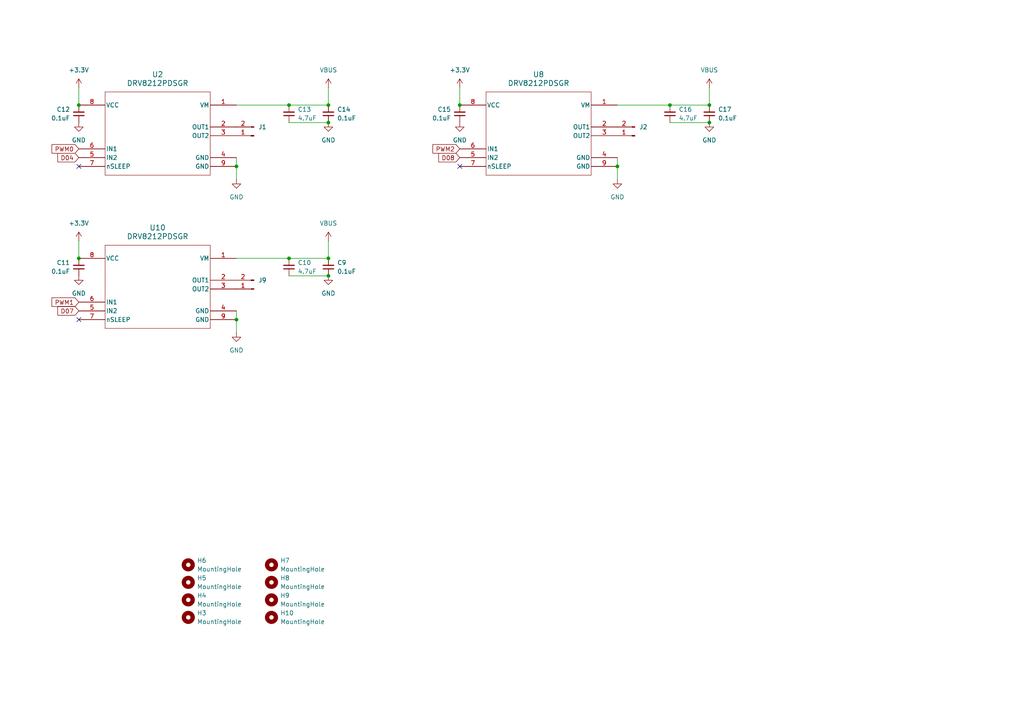
<source format=kicad_sch>
(kicad_sch (version 20250114) (generator "eeschema") (generator_version "9.0")
  (paper "A4")
  (lib_symbols
    (symbol "Connector:Conn_01x02_Pin" (pin_names (offset 1.016) (hide yes))
      (property "Reference" "J" (at 0 2.54 0))
      (property "Value" "Conn_01x02_Pin" (at 0 -5.08 0))
      (symbol "Conn_01x02_Pin_1_1"
        (rectangle (start 0.8636 0.127) (end 0 -0.127) (stroke (width 0.1524)) (fill (type outline)))
        (rectangle (start 0.8636 -2.413) (end 0 -2.667) (stroke (width 0.1524)) (fill (type outline)))
        (polyline (pts (xy 1.27 0) (xy 0.8636 0)) (stroke (width 0.1524)))
        (polyline (pts (xy 1.27 -2.54) (xy 0.8636 -2.54)) (stroke (width 0.1524)))
        (pin passive line (at 5.08 0 180) (length 3.81) (name "Pin_1") (number "1"))
        (pin passive line (at 5.08 -2.54 180) (length 3.81) (name "Pin_2") (number "2"))
      )
    )
    (symbol "DRV8212PDSGR:DRV8212PDSGR" (pin_names (offset 0.254))
      (property "Reference" "U" (at 22.86 10.16 0))
      (property "Value" "DRV8212PDSGR" (at 22.86 7.62 0))
      (symbol "DRV8212PDSGR_0_1"
        (polyline (pts (xy 7.62 5.08) (xy 7.62 -19.05)) (stroke (width 0.127)))
        (polyline (pts (xy 7.62 -19.05) (xy 38.1 -19.05)) (stroke (width 0.127)))
        (polyline (pts (xy 38.1 5.08) (xy 7.62 5.08)) (stroke (width 0.127)))
        (polyline (pts (xy 38.1 -19.05) (xy 38.1 5.08)) (stroke (width 0.127)))
        (pin power_in line (at 0 1.27 0) (length 7.62) (name "VCC") (number "8"))
        (pin input line (at 0 -11.43 0) (length 7.62) (name "IN1") (number "6"))
        (pin input line (at 0 -13.97 0) (length 7.62) (name "IN2") (number "5"))
        (pin input line (at 0 -16.51 0) (length 7.62) (name "nSLEEP") (number "7"))
        (pin power_in line (at 45.72 1.27 180) (length 7.62) (name "VM") (number "1"))
        (pin output line (at 45.72 -5.08 180) (length 7.62) (name "OUT1") (number "2"))
        (pin output line (at 45.72 -7.62 180) (length 7.62) (name "OUT2") (number "3"))
        (pin power_out line (at 45.72 -13.97 180) (length 7.62) (name "GND") (number "4"))
        (pin power_out line (at 45.72 -16.51 180) (length 7.62) (name "GND") (number "9"))
      )
    )
    (symbol "Device:C_Small" (pin_numbers (hide yes)) (pin_names (offset 0.254) (hide yes))
      (property "Reference" "C" (at 0.254 1.778 0))
      (property "Value" "C_Small" (at 0.254 -2.032 0))
      (symbol "C_Small_0_1"
        (polyline (pts (xy -1.524 0.508) (xy 1.524 0.508)) (stroke (width 0.3048)))
        (polyline (pts (xy -1.524 -0.508) (xy 1.524 -0.508)) (stroke (width 0.3302)))
      )
      (symbol "C_Small_1_1"
        (pin passive line (at 0 2.54 270) (length 2.032) (name "~") (number "1"))
        (pin passive line (at 0 -2.54 90) (length 2.032) (name "~") (number "2"))
      )
    )
    (symbol "Mechanical:MountingHole" (pin_names (offset 1.016)) (exclude_from_sim yes) (in_bom no)
      (property "Reference" "H" (at 0 5.08 0))
      (property "Value" "MountingHole" (at 0 3.175 0))
      (symbol "MountingHole_0_1"
        (circle (center 0 0) (radius 1.27) (stroke (width 1.27)))
      )
    )
    (symbol "power:+3.3V" (power) (pin_numbers (hide yes)) (pin_names (offset 0) (hide yes))
      (property "Value" "+3.3V" (at 0 3.556 0))
      (symbol "+3.3V_0_1"
        (polyline (pts (xy -0.762 1.27) (xy 0 2.54)))
        (polyline (pts (xy 0 2.54) (xy 0.762 1.27)))
        (polyline (pts (xy 0 0) (xy 0 2.54)))
      )
      (symbol "+3.3V_1_1"
        (pin power_in line (at 0 0 90) (length 0) (name "~") (number "1"))
      )
    )
    (symbol "power:GND" (power) (pin_numbers (hide yes)) (pin_names (offset 0) (hide yes))
      (property "Value" "GND" (at 0 -3.81 0))
      (symbol "GND_0_1"
        (polyline (pts (xy 0 0) (xy 0 -1.27) (xy 1.27 -1.27) (xy 0 -2.54) (xy -1.27 -1.27) (xy 0 -1.27)))
      )
      (symbol "GND_1_1"
        (pin power_in line (at 0 0 270) (length 0) (name "~") (number "1"))
      )
    )
    (symbol "power:VBUS" (power) (pin_numbers (hide yes)) (pin_names (offset 0) (hide yes))
      (property "Value" "VBUS" (at 0 3.556 0))
      (symbol "VBUS_0_1"
        (polyline (pts (xy -0.762 1.27) (xy 0 2.54)))
        (polyline (pts (xy 0 2.54) (xy 0.762 1.27)))
        (polyline (pts (xy 0 0) (xy 0 2.54)))
      )
      (symbol "VBUS_1_1"
        (pin power_in line (at 0 0 90) (length 0) (name "~") (number "1"))
      )
    )
  )
  (junction (at 133.35 30.48))
  (junction (at 68.58 48.26))
  (junction (at 83.82 30.48))
  (junction (at 179.07 48.26))
  (junction (at 22.86 30.48))
  (junction (at 205.74 30.48))
  (junction (at 68.58 92.71))
  (junction (at 95.25 35.56))
  (junction (at 83.82 74.93))
  (junction (at 194.31 30.48))
  (junction (at 95.25 30.48))
  (junction (at 95.25 80.01))
  (junction (at 205.74 35.56))
  (junction (at 95.25 74.93))
  (junction (at 22.86 74.93))
  (no_connect (at 133.35 48.26))
  (no_connect (at 22.86 48.26))
  (no_connect (at 22.86 92.71))
  (wire (pts (xy 205.74 25.4) (xy 205.74 30.48)))
  (wire (pts (xy 68.58 90.17) (xy 68.58 92.71)))
  (wire (pts (xy 205.74 30.48) (xy 194.31 30.48)))
  (wire (pts (xy 83.82 35.56) (xy 95.25 35.56)))
  (wire (pts (xy 179.07 48.26) (xy 179.07 52.07)))
  (wire (pts (xy 194.31 35.56) (xy 205.74 35.56)))
  (wire (pts (xy 68.58 45.72) (xy 68.58 48.26)))
  (wire (pts (xy 95.25 69.85) (xy 95.25 74.93)))
  (wire (pts (xy 22.86 25.4) (xy 22.86 30.48)))
  (wire (pts (xy 179.07 45.72) (xy 179.07 48.26)))
  (wire (pts (xy 95.25 25.4) (xy 95.25 30.48)))
  (wire (pts (xy 68.58 30.48) (xy 83.82 30.48)))
  (wire (pts (xy 68.58 48.26) (xy 68.58 52.07)))
  (wire (pts (xy 22.86 69.85) (xy 22.86 74.93)))
  (wire (pts (xy 68.58 92.71) (xy 68.58 96.52)))
  (wire (pts (xy 95.25 74.93) (xy 83.82 74.93)))
  (wire (pts (xy 133.35 25.4) (xy 133.35 30.48)))
  (wire (pts (xy 68.58 74.93) (xy 83.82 74.93)))
  (wire (pts (xy 95.25 30.48) (xy 83.82 30.48)))
  (wire (pts (xy 179.07 30.48) (xy 194.31 30.48)))
  (wire (pts (xy 83.82 80.01) (xy 95.25 80.01)))
  (global_label "D07" (shape input) (at 22.86 90.17 180) (property "Intersheetrefs" "${INTERSHEET_REFS}" (effects (hide yes))))
  (global_label "PWM0" (shape input) (at 22.86 43.18 180) (property "Intersheetrefs" "${INTERSHEET_REFS}" (effects (hide yes))))
  (global_label "PWM1" (shape input) (at 22.86 87.63 180) (property "Intersheetrefs" "${INTERSHEET_REFS}" (effects (hide yes))))
  (global_label "PWM2" (shape input) (at 133.35 43.18 180) (property "Intersheetrefs" "${INTERSHEET_REFS}" (effects (hide yes))))
  (global_label "D04" (shape input) (at 22.86 45.72 180) (property "Intersheetrefs" "${INTERSHEET_REFS}" (effects (hide yes))))
  (global_label "D08" (shape input) (at 133.35 45.72 180) (property "Intersheetrefs" "${INTERSHEET_REFS}" (effects (hide yes))))
  (symbol (lib_id "DRV8212PDSGR:DRV8212PDSGR") (at 133.35 31.75 0) (unit 1)
    (property "Reference" "U8" (at 156.21 21.59 0) (effects (font (size 1.524 1.524))))
    (property "Value" "DRV8212PDSGR" (at 156.21 24.13 0) (effects (font (size 1.524 1.524))))
    (property "Footprint" "WSON8_DSG_TEX" (effects (hide yes)))
    (property "Datasheet" "https://www.ti.com/lit/gpn/drv8212p" (effects (hide yes)))
  )
  (symbol (lib_id "power:GND") (at 205.74 35.56 0) (unit 1)
    (property "Reference" "#PWR048" (effects (hide yes)))
    (property "Value" "GND" (at 205.74 40.64 0))
    (property "Description" "Power symbol creates a global label with name \"GND\" , ground" (effects (hide yes)))
  )
  (symbol (lib_id "Mechanical:MountingHole") (at 78.74 173.99 0) (unit 1)
    (property "Reference" "H9" (at 81.28 172.7199 0) (effects (justify left)))
    (property "Value" "MountingHole" (at 81.28 175.2599 0) (effects (justify left)))
    (property "Footprint" "MountingHole:MountingHole_2.2mm_M2" (effects (hide yes)))
    (property "Description" "Mounting Hole without connection" (effects (hide yes)))
  )
  (symbol (lib_id "Device:C_Small") (at 194.31 33.02 180) (unit 1)
    (property "Reference" "C16" (at 196.85 31.7435 0) (effects (justify right)))
    (property "Value" "4.7uF" (at 196.85 34.2835 0) (effects (justify right)))
    (property "Footprint" "Capacitor_SMD:C_0402_1005Metric" (effects (hide yes)))
    (property "Description" "Unpolarized capacitor, small symbol" (effects (hide yes)))
  )
  (symbol (lib_id "Mechanical:MountingHole") (at 78.74 163.83 0) (unit 1)
    (property "Reference" "H7" (at 81.28 162.5599 0) (effects (justify left)))
    (property "Value" "MountingHole" (at 81.28 165.0999 0) (effects (justify left)))
    (property "Footprint" "MountingHole:MountingHole_2.2mm_M2" (effects (hide yes)))
    (property "Description" "Mounting Hole without connection" (effects (hide yes)))
  )
  (symbol (lib_id "DRV8212PDSGR:DRV8212PDSGR") (at 22.86 76.2 0) (unit 1)
    (property "Reference" "U10" (at 45.72 66.04 0) (effects (font (size 1.524 1.524))))
    (property "Value" "DRV8212PDSGR" (at 45.72 68.58 0) (effects (font (size 1.524 1.524))))
    (property "Footprint" "WSON8_DSG_TEX" (effects (hide yes)))
    (property "Datasheet" "https://www.ti.com/lit/gpn/drv8212p" (effects (hide yes)))
  )
  (symbol (lib_id "power:VBUS") (at 205.74 25.4 0) (unit 1)
    (property "Reference" "#PWR044" (effects (hide yes)))
    (property "Value" "VBUS" (at 205.74 20.32 0))
    (property "Description" "Power symbol creates a global label with name \"VBUS\"" (effects (hide yes)))
  )
  (symbol (lib_id "power:VBUS") (at 95.25 69.85 0) (unit 1)
    (property "Reference" "#PWR029" (effects (hide yes)))
    (property "Value" "VBUS" (at 95.25 64.77 0))
    (property "Description" "Power symbol creates a global label with name \"VBUS\"" (effects (hide yes)))
  )
  (symbol (lib_id "power:GND") (at 68.58 96.52 0) (unit 1)
    (property "Reference" "#PWR030" (effects (hide yes)))
    (property "Value" "GND" (at 68.58 101.6 0))
    (property "Description" "Power symbol creates a global label with name \"GND\" , ground" (effects (hide yes)))
  )
  (symbol (lib_id "power:+3.3V") (at 22.86 25.4 0) (unit 1)
    (property "Reference" "#PWR032" (effects (hide yes)))
    (property "Value" "+3.3V" (at 22.86 20.32 0))
    (property "Description" "Power symbol creates a global label with name \"+3.3V\"" (effects (hide yes)))
  )
  (symbol (lib_id "power:GND") (at 22.86 35.56 0) (unit 1)
    (property "Reference" "#PWR033" (effects (hide yes)))
    (property "Value" "GND" (at 22.86 40.64 0))
    (property "Description" "Power symbol creates a global label with name \"GND\" , ground" (effects (hide yes)))
  )
  (symbol (lib_id "power:GND") (at 133.35 35.56 0) (unit 1)
    (property "Reference" "#PWR042" (effects (hide yes)))
    (property "Value" "GND" (at 133.35 40.64 0))
    (property "Description" "Power symbol creates a global label with name \"GND\" , ground" (effects (hide yes)))
  )
  (symbol (lib_id "power:VBUS") (at 95.25 25.4 0) (unit 1)
    (property "Reference" "#PWR035" (effects (hide yes)))
    (property "Value" "VBUS" (at 95.25 20.32 0))
    (property "Description" "Power symbol creates a global label with name \"VBUS\"" (effects (hide yes)))
  )
  (symbol (lib_id "Mechanical:MountingHole") (at 78.74 179.07 0) (unit 1)
    (property "Reference" "H10" (at 81.28 177.7999 0) (effects (justify left)))
    (property "Value" "MountingHole" (at 81.28 180.3399 0) (effects (justify left)))
    (property "Footprint" "MountingHole:MountingHole_2.2mm_M2" (effects (hide yes)))
    (property "Description" "Mounting Hole without connection" (effects (hide yes)))
  )
  (symbol (lib_id "Device:C_Small") (at 22.86 77.47 0) (mirror x) (unit 1)
    (property "Reference" "C11" (at 20.32 76.1935 0) (effects (justify right)))
    (property "Value" "0.1uF" (at 20.32 78.7335 0) (effects (justify right)))
    (property "Footprint" "Capacitor_SMD:C_0402_1005Metric" (effects (hide yes)))
    (property "Description" "Unpolarized capacitor, small symbol" (effects (hide yes)))
  )
  (symbol (lib_id "power:GND") (at 22.86 80.01 0) (unit 1)
    (property "Reference" "#PWR031" (effects (hide yes)))
    (property "Value" "GND" (at 22.86 85.09 0))
    (property "Description" "Power symbol creates a global label with name \"GND\" , ground" (effects (hide yes)))
  )
  (symbol (lib_id "Device:C_Small") (at 83.82 33.02 180) (unit 1)
    (property "Reference" "C13" (at 86.36 31.7435 0) (effects (justify right)))
    (property "Value" "4.7uF" (at 86.36 34.2835 0) (effects (justify right)))
    (property "Footprint" "Capacitor_SMD:C_0402_1005Metric" (effects (hide yes)))
    (property "Description" "Unpolarized capacitor, small symbol" (effects (hide yes)))
  )
  (symbol (lib_id "power:+3.3V") (at 22.86 69.85 0) (unit 1)
    (property "Reference" "#PWR028" (effects (hide yes)))
    (property "Value" "+3.3V" (at 22.86 64.77 0))
    (property "Description" "Power symbol creates a global label with name \"+3.3V\"" (effects (hide yes)))
  )
  (symbol (lib_id "power:GND") (at 68.58 52.07 0) (unit 1)
    (property "Reference" "#PWR034" (effects (hide yes)))
    (property "Value" "GND" (at 68.58 57.15 0))
    (property "Description" "Power symbol creates a global label with name \"GND\" , ground" (effects (hide yes)))
  )
  (symbol (lib_id "power:GND") (at 95.25 80.01 0) (unit 1)
    (property "Reference" "#PWR017" (effects (hide yes)))
    (property "Value" "GND" (at 95.25 85.09 0))
    (property "Description" "Power symbol creates a global label with name \"GND\" , ground" (effects (hide yes)))
  )
  (symbol (lib_id "Connector:Conn_01x02_Pin") (at 184.15 39.37 180) (unit 1)
    (property "Reference" "J2" (at 185.42 36.8299 0) (effects (justify right)))
    (property "Value" "Conn_01x02_Pin" (effects (hide yes)))
    (property "Footprint" "Connector_JST:JST_SH_BM02B-SRSS-TB_1x02-1MP_P1.00mm_Vertical" (effects (hide yes)))
    (property "Datasheet" "BM02B-SRSS-TB" (effects (hide yes)))
    (property "Description" "Generic connector, single row, 01x02, script generated" (effects (hide yes)))
  )
  (symbol (lib_id "DRV8212PDSGR:DRV8212PDSGR") (at 22.86 31.75 0) (unit 1)
    (property "Reference" "U2" (at 45.72 21.59 0) (effects (font (size 1.524 1.524))))
    (property "Value" "DRV8212PDSGR" (at 45.72 24.13 0) (effects (font (size 1.524 1.524))))
    (property "Footprint" "WSON8_DSG_TEX" (effects (hide yes)))
    (property "Datasheet" "https://www.ti.com/lit/gpn/drv8212p" (effects (hide yes)))
  )
  (symbol (lib_id "Mechanical:MountingHole") (at 54.61 173.99 0) (unit 1)
    (property "Reference" "H4" (at 57.15 172.7199 0) (effects (justify left)))
    (property "Value" "MountingHole" (at 57.15 175.2599 0) (effects (justify left)))
    (property "Footprint" "MountingHole:MountingHole_2.2mm_M2" (effects (hide yes)))
    (property "Description" "Mounting Hole without connection" (effects (hide yes)))
  )
  (symbol (lib_id "Device:C_Small") (at 95.25 33.02 180) (unit 1)
    (property "Reference" "C14" (at 97.79 31.7435 0) (effects (justify right)))
    (property "Value" "0.1uF" (at 97.79 34.2835 0) (effects (justify right)))
    (property "Footprint" "Capacitor_SMD:C_0402_1005Metric" (effects (hide yes)))
    (property "Description" "Unpolarized capacitor, small symbol" (effects (hide yes)))
  )
  (symbol (lib_id "Mechanical:MountingHole") (at 54.61 168.91 0) (unit 1)
    (property "Reference" "H5" (at 57.15 167.6399 0) (effects (justify left)))
    (property "Value" "MountingHole" (at 57.15 170.1799 0) (effects (justify left)))
    (property "Footprint" "MountingHole:MountingHole_2.2mm_M2" (effects (hide yes)))
    (property "Description" "Mounting Hole without connection" (effects (hide yes)))
  )
  (symbol (lib_id "power:GND") (at 179.07 52.07 0) (unit 1)
    (property "Reference" "#PWR043" (effects (hide yes)))
    (property "Value" "GND" (at 179.07 57.15 0))
    (property "Description" "Power symbol creates a global label with name \"GND\" , ground" (effects (hide yes)))
  )
  (symbol (lib_id "Device:C_Small") (at 205.74 33.02 180) (unit 1)
    (property "Reference" "C17" (at 208.28 31.7435 0) (effects (justify right)))
    (property "Value" "0.1uF" (at 208.28 34.2835 0) (effects (justify right)))
    (property "Footprint" "Capacitor_SMD:C_0402_1005Metric" (effects (hide yes)))
    (property "Description" "Unpolarized capacitor, small symbol" (effects (hide yes)))
  )
  (symbol (lib_id "power:+3.3V") (at 133.35 25.4 0) (unit 1)
    (property "Reference" "#PWR037" (effects (hide yes)))
    (property "Value" "+3.3V" (at 133.35 20.32 0))
    (property "Description" "Power symbol creates a global label with name \"+3.3V\"" (effects (hide yes)))
  )
  (symbol (lib_id "Device:C_Small") (at 83.82 77.47 180) (unit 1)
    (property "Reference" "C10" (at 86.36 76.1935 0) (effects (justify right)))
    (property "Value" "4.7uF" (at 86.36 78.7335 0) (effects (justify right)))
    (property "Footprint" "Capacitor_SMD:C_0402_1005Metric" (effects (hide yes)))
    (property "Description" "Unpolarized capacitor, small symbol" (effects (hide yes)))
  )
  (symbol (lib_id "Device:C_Small") (at 133.35 33.02 0) (mirror x) (unit 1)
    (property "Reference" "C15" (at 130.81 31.7435 0) (effects (justify right)))
    (property "Value" "0.1uF" (at 130.81 34.2835 0) (effects (justify right)))
    (property "Footprint" "Capacitor_SMD:C_0402_1005Metric" (effects (hide yes)))
    (property "Description" "Unpolarized capacitor, small symbol" (effects (hide yes)))
  )
  (symbol (lib_id "Mechanical:MountingHole") (at 54.61 163.83 0) (unit 1)
    (property "Reference" "H6" (at 57.15 162.5599 0) (effects (justify left)))
    (property "Value" "MountingHole" (at 57.15 165.0999 0) (effects (justify left)))
    (property "Footprint" "MountingHole:MountingHole_2.2mm_M2" (effects (hide yes)))
    (property "Description" "Mounting Hole without connection" (effects (hide yes)))
  )
  (symbol (lib_id "power:GND") (at 95.25 35.56 0) (unit 1)
    (property "Reference" "#PWR036" (effects (hide yes)))
    (property "Value" "GND" (at 95.25 40.64 0))
    (property "Description" "Power symbol creates a global label with name \"GND\" , ground" (effects (hide yes)))
  )
  (symbol (lib_id "Mechanical:MountingHole") (at 54.61 179.07 0) (unit 1)
    (property "Reference" "H3" (at 57.15 177.7999 0) (effects (justify left)))
    (property "Value" "MountingHole" (at 57.15 180.3399 0) (effects (justify left)))
    (property "Footprint" "MountingHole:MountingHole_2.2mm_M2" (effects (hide yes)))
    (property "Description" "Mounting Hole without connection" (effects (hide yes)))
  )
  (symbol (lib_id "Mechanical:MountingHole") (at 78.74 168.91 0) (unit 1)
    (property "Reference" "H8" (at 81.28 167.6399 0) (effects (justify left)))
    (property "Value" "MountingHole" (at 81.28 170.1799 0) (effects (justify left)))
    (property "Footprint" "MountingHole:MountingHole_2.2mm_M2" (effects (hide yes)))
    (property "Description" "Mounting Hole without connection" (effects (hide yes)))
  )
  (symbol (lib_id "Connector:Conn_01x02_Pin") (at 73.66 39.37 180) (unit 1)
    (property "Reference" "J1" (at 74.93 36.8299 0) (effects (justify right)))
    (property "Value" "Conn_01x02_Pin" (effects (hide yes)))
    (property "Footprint" "Connector_JST:JST_SH_BM02B-SRSS-TB_1x02-1MP_P1.00mm_Vertical" (effects (hide yes)))
    (property "Datasheet" "BM02B-SRSS-TB" (effects (hide yes)))
    (property "Description" "Generic connector, single row, 01x02, script generated" (effects (hide yes)))
  )
  (symbol (lib_id "Device:C_Small") (at 95.25 77.47 180) (unit 1)
    (property "Reference" "C9" (at 97.79 76.1935 0) (effects (justify right)))
    (property "Value" "0.1uF" (at 97.79 78.7335 0) (effects (justify right)))
    (property "Footprint" "Capacitor_SMD:C_0402_1005Metric" (effects (hide yes)))
    (property "Description" "Unpolarized capacitor, small symbol" (effects (hide yes)))
  )
  (symbol (lib_id "Connector:Conn_01x02_Pin") (at 73.66 83.82 180) (unit 1)
    (property "Reference" "J9" (at 74.93 81.2799 0) (effects (justify right)))
    (property "Value" "Conn_01x02_Pin" (effects (hide yes)))
    (property "Footprint" "Connector_JST:JST_SH_BM02B-SRSS-TB_1x02-1MP_P1.00mm_Vertical" (effects (hide yes)))
    (property "Datasheet" "BM02B-SRSS-TB" (effects (hide yes)))
    (property "Description" "Generic connector, single row, 01x02, script generated" (effects (hide yes)))
  )
  (symbol (lib_id "Device:C_Small") (at 22.86 33.02 0) (mirror x) (unit 1)
    (property "Reference" "C12" (at 20.32 31.7435 0) (effects (justify right)))
    (property "Value" "0.1uF" (at 20.32 34.2835 0) (effects (justify right)))
    (property "Footprint" "Capacitor_SMD:C_0402_1005Metric" (effects (hide yes)))
    (property "Description" "Unpolarized capacitor, small symbol" (effects (hide yes)))
  )
)
</source>
